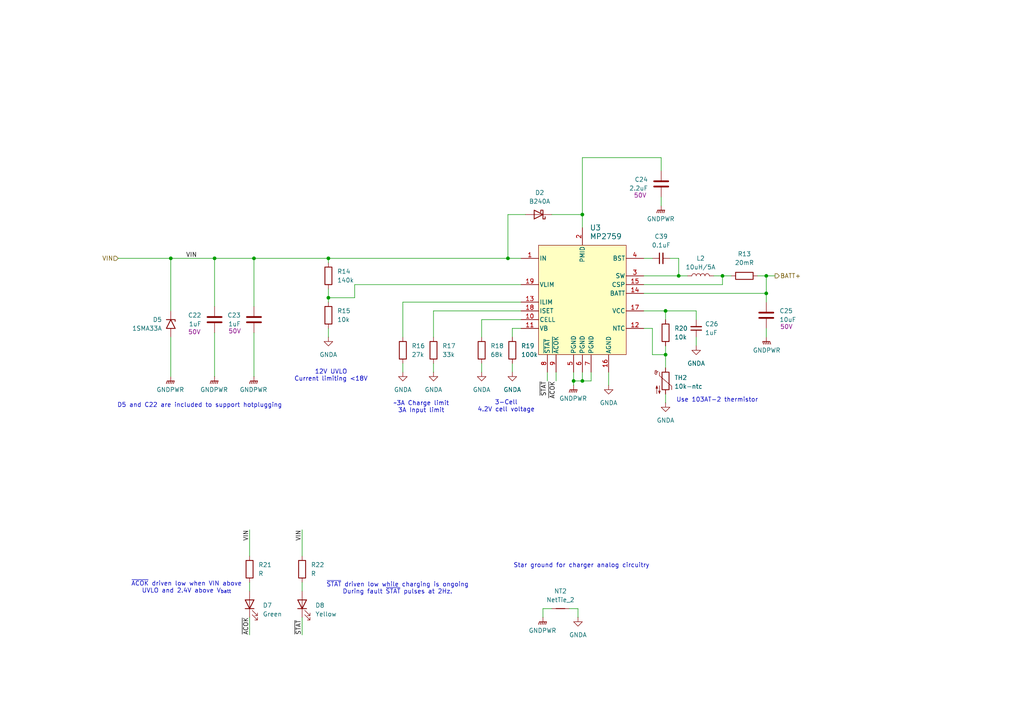
<source format=kicad_sch>
(kicad_sch (version 20250114) (generator "eeschema") (generator_version "9.0")
  (paper "A4")
  (title_block (rev "1.0"))
  (lib_symbols
    (symbol "Device:C" (pin_numbers (hide yes)) (pin_names (offset 0.254))
      (property "Reference" "C" (at 0.635 2.54 0))
      (property "Value" "C" (at 0.635 -2.54 0))
      (symbol "C_0_1"
        (polyline (pts (xy -2.032 0.762) (xy 2.032 0.762)) (stroke (width 0.508)))
        (polyline (pts (xy -2.032 -0.762) (xy 2.032 -0.762)) (stroke (width 0.508)))
      )
      (symbol "C_1_1"
        (pin passive line (at 0 3.81 270) (length 2.794) (name "~") (number "1"))
        (pin passive line (at 0 -3.81 90) (length 2.794) (name "~") (number "2"))
      )
    )
    (symbol "Device:C_Small" (pin_numbers (hide yes)) (pin_names (offset 0.254) (hide yes))
      (property "Reference" "C" (at 0.254 1.778 0))
      (property "Value" "C_Small" (at 0.254 -2.032 0))
      (symbol "C_Small_0_1"
        (polyline (pts (xy -1.524 0.508) (xy 1.524 0.508)) (stroke (width 0.3048)))
        (polyline (pts (xy -1.524 -0.508) (xy 1.524 -0.508)) (stroke (width 0.3302)))
      )
      (symbol "C_Small_1_1"
        (pin passive line (at 0 2.54 270) (length 2.032) (name "~") (number "1"))
        (pin passive line (at 0 -2.54 90) (length 2.032) (name "~") (number "2"))
      )
    )
    (symbol "Device:D_Schottky" (pin_numbers (hide yes)) (pin_names (offset 1.016) (hide yes))
      (property "Reference" "D" (at 0 2.54 0))
      (property "Value" "D_Schottky" (at 0 -2.54 0))
      (symbol "D_Schottky_0_1"
        (polyline (pts (xy -1.905 0.635) (xy -1.905 1.27) (xy -1.27 1.27) (xy -1.27 -1.27) (xy -0.635 -1.27) (xy -0.635 -0.635)) (stroke (width 0.254)))
        (polyline (pts (xy 1.27 1.27) (xy 1.27 -1.27) (xy -1.27 0) (xy 1.27 1.27)) (stroke (width 0.254)))
        (polyline (pts (xy 1.27 0) (xy -1.27 0)))
      )
      (symbol "D_Schottky_1_1"
        (pin passive line (at -3.81 0 0) (length 2.54) (name "K") (number "1"))
        (pin passive line (at 3.81 0 180) (length 2.54) (name "A") (number "2"))
      )
    )
    (symbol "Device:L" (pin_numbers (hide yes)) (pin_names (offset 1.016) (hide yes))
      (property "Reference" "L" (at -1.27 0 90))
      (property "Value" "L" (at 1.905 0 90))
      (symbol "L_0_1"
        (arc (start 0 2.54) (mid 0.6323 1.905) (end 0 1.27))
        (arc (start 0 1.27) (mid 0.6323 0.635) (end 0 0))
        (arc (start 0 0) (mid 0.6323 -0.635) (end 0 -1.27))
        (arc (start 0 -1.27) (mid 0.6323 -1.905) (end 0 -2.54))
      )
      (symbol "L_1_1"
        (pin passive line (at 0 3.81 270) (length 1.27) (name "1") (number "1"))
        (pin passive line (at 0 -3.81 90) (length 1.27) (name "2") (number "2"))
      )
    )
    (symbol "Device:LED" (pin_numbers (hide yes)) (pin_names (offset 1.016) (hide yes))
      (property "Reference" "D" (at 0 2.54 0))
      (property "Value" "LED" (at 0 -2.54 0))
      (symbol "LED_0_1"
        (polyline (pts (xy -3.048 -0.762) (xy -4.572 -2.286) (xy -3.81 -2.286) (xy -4.572 -2.286) (xy -4.572 -1.524)))
        (polyline (pts (xy -1.778 -0.762) (xy -3.302 -2.286) (xy -2.54 -2.286) (xy -3.302 -2.286) (xy -3.302 -1.524)))
        (polyline (pts (xy -1.27 0) (xy 1.27 0)))
        (polyline (pts (xy -1.27 -1.27) (xy -1.27 1.27)) (stroke (width 0.254)))
        (polyline (pts (xy 1.27 -1.27) (xy 1.27 1.27) (xy -1.27 0) (xy 1.27 -1.27)) (stroke (width 0.254)))
      )
      (symbol "LED_1_1"
        (pin passive line (at -3.81 0 0) (length 2.54) (name "K") (number "1"))
        (pin passive line (at 3.81 0 180) (length 2.54) (name "A") (number "2"))
      )
    )
    (symbol "Device:NetTie_2" (pin_numbers (hide yes)) (pin_names (offset 0) (hide yes)) (in_bom no)
      (property "Reference" "NT" (at 0 1.27 0))
      (property "Value" "NetTie_2" (at 0 -1.27 0))
      (symbol "NetTie_2_0_1"
        (polyline (pts (xy -1.27 0) (xy 1.27 0)) (stroke (width 0.254)))
      )
      (symbol "NetTie_2_1_1"
        (pin passive line (at -2.54 0 0) (length 2.54) (name "1") (number "1"))
        (pin passive line (at 2.54 0 180) (length 2.54) (name "2") (number "2"))
      )
    )
    (symbol "Device:R" (pin_numbers (hide yes)) (pin_names (offset 0))
      (property "Reference" "R" (at 2.032 0 90))
      (property "Value" "R" (at 0 0 90))
      (symbol "R_0_1"
        (rectangle (start -1.016 -2.54) (end 1.016 2.54) (stroke (width 0.254)))
      )
      (symbol "R_1_1"
        (pin passive line (at 0 3.81 270) (length 1.27) (name "~") (number "1"))
        (pin passive line (at 0 -3.81 90) (length 1.27) (name "~") (number "2"))
      )
    )
    (symbol "Device:Thermistor_NTC" (pin_numbers (hide yes)) (pin_names (offset 0))
      (property "Reference" "TH" (at -4.445 0 90))
      (property "Value" "Thermistor_NTC" (at 3.175 0 90))
      (symbol "Thermistor_NTC_0_1"
        (arc (start -3.175 2.413) (mid -3.0506 2.3165) (end -3.048 2.159))
        (arc (start -3.048 2.794) (mid -2.9736 2.9736) (end -2.794 3.048))
        (arc (start -2.794 3.048) (mid -2.6144 2.9736) (end -2.54 2.794))
        (arc (start -2.794 2.54) (mid -2.9736 2.6144) (end -3.048 2.794))
        (arc (start -2.794 1.905) (mid -2.9736 1.9794) (end -3.048 2.159))
        (arc (start -2.54 2.159) (mid -2.6144 1.9794) (end -2.794 1.905))
        (arc (start -2.159 2.794) (mid -2.434 2.5608) (end -2.794 2.54))
        (polyline (pts (xy -2.54 2.159) (xy -2.54 2.794)))
        (polyline (pts (xy -2.54 -3.683) (xy -2.54 -1.397) (xy -2.794 -2.159) (xy -2.286 -2.159) (xy -2.54 -1.397) (xy -2.54 -1.651)) (fill (type outline)))
        (polyline (pts (xy -1.778 2.54) (xy -1.778 1.524) (xy 1.778 -1.524) (xy 1.778 -2.54)))
        (polyline (pts (xy -1.778 -1.397) (xy -1.778 -3.683) (xy -2.032 -2.921) (xy -1.524 -2.921) (xy -1.778 -3.683) (xy -1.778 -3.429)) (fill (type outline)))
        (rectangle (start -1.016 2.54) (end 1.016 -2.54) (stroke (width 0.254)))
      )
      (symbol "Thermistor_NTC_1_1"
        (pin passive line (at 0 3.81 270) (length 1.27) (name "~") (number "1"))
        (pin passive line (at 0 -3.81 90) (length 1.27) (name "~") (number "2"))
      )
    )
    (symbol "Diode:SMAJ33A" (pin_numbers (hide yes)) (pin_names (offset 1.016) (hide yes))
      (property "Reference" "D" (at 0 2.54 0))
      (property "Value" "SMAJ33A" (at 0 -2.54 0))
      (symbol "SMAJ33A_0_1"
        (polyline (pts (xy -0.762 1.27) (xy -1.27 1.27) (xy -1.27 -1.27)) (stroke (width 0.254)))
        (polyline (pts (xy 1.27 1.27) (xy 1.27 -1.27) (xy -1.27 0) (xy 1.27 1.27)) (stroke (width 0.254)))
      )
      (symbol "SMAJ33A_1_1"
        (pin passive line (at -3.81 0 0) (length 2.54) (name "A1") (number "1"))
        (pin passive line (at 3.81 0 180) (length 2.54) (name "A2") (number "2"))
      )
    )
    (symbol "batt-protection:MP2759" (pin_names (offset 0.254))
      (property "Reference" "U" (at -12.192 15.24 0))
      (property "Value" "MP2759" (at -0.254 -0.254 0))
      (symbol "MP2759_0_1"
        (pin input line (at -17.78 10.16 0) (length 5.08) (name "IN") (number "1"))
        (pin power_in line (at -2.54 -22.86 90) (length 5.08) (name "PGND") (number "5"))
        (pin power_in line (at 0 -22.86 90) (length 5.08) (name "PGND") (number "6"))
        (pin power_in line (at 2.54 -22.86 90) (length 5.08) (name "PGND") (number "7"))
        (pin power_out line (at 7.62 -22.86 90) (length 5.08) (name "AGND") (number "16"))
        (pin power_in line (at 17.78 10.16 180) (length 5.08) (name "BST") (number "4"))
        (pin passive line (at 17.78 2.54 180) (length 5.08) (name "CSP") (number "15"))
        (pin passive line (at 17.78 0 180) (length 5.08) (name "BATT") (number "14"))
      )
      (symbol "MP2759_1_1"
        (rectangle (start -12.7 13.97) (end 12.7 -17.78) (fill (type background)))
        (pin passive line (at -17.78 2.54 0) (length 5.08) (name "VLIM") (number "19"))
        (pin passive line (at -17.78 -2.54 0) (length 5.08) (name "ILIM") (number "13"))
        (pin passive line (at -17.78 -5.08 0) (length 5.08) (name "ISET") (number "18"))
        (pin passive line (at -17.78 -7.62 0) (length 5.08) (name "CELL") (number "10"))
        (pin passive line (at -17.78 -10.16 0) (length 5.08) (name "VB") (number "11"))
        (pin open_collector line (at -10.16 -22.86 90) (length 5.08) (name "~{STAT}") (number "8"))
        (pin open_collector line (at -7.62 -22.86 90) (length 5.08) (name "~{ACOK}") (number "9"))
        (pin bidirectional line (at 0 19.05 270) (length 5.08) (name "PMID") (number "2"))
        (pin power_out line (at 17.78 5.08 180) (length 5.08) (name "SW") (number "3"))
        (pin power_out line (at 17.78 -5.08 180) (length 5.08) (name "VCC") (number "17"))
        (pin passive line (at 17.78 -10.16 180) (length 5.08) (name "NTC") (number "12"))
      )
    )
    (symbol "power:GNDA" (power) (pin_numbers (hide yes)) (pin_names (offset 0) (hide yes))
      (property "Value" "GNDA" (at 0 -3.81 0))
      (symbol "GNDA_0_1"
        (polyline (pts (xy 0 0) (xy 0 -1.27) (xy 1.27 -1.27) (xy 0 -2.54) (xy -1.27 -1.27) (xy 0 -1.27)))
      )
      (symbol "GNDA_1_1"
        (pin power_in line (at 0 0 270) (length 0) (name "~") (number "1"))
      )
    )
    (symbol "power:GNDPWR" (power) (pin_numbers (hide yes)) (pin_names (offset 0) (hide yes))
      (property "Value" "GNDPWR" (at 0 -3.302 0))
      (symbol "GNDPWR_0_1"
        (polyline (pts (xy -1.016 -1.27) (xy -1.27 -2.032) (xy -1.27 -2.032)) (stroke (width 0.2032)))
        (polyline (pts (xy -0.508 -1.27) (xy -0.762 -2.032) (xy -0.762 -2.032)) (stroke (width 0.2032)))
        (polyline (pts (xy 0 -1.27) (xy 0 0)))
        (polyline (pts (xy 0 -1.27) (xy -0.254 -2.032) (xy -0.254 -2.032)) (stroke (width 0.2032)))
        (polyline (pts (xy 0.508 -1.27) (xy 0.254 -2.032) (xy 0.254 -2.032)) (stroke (width 0.2032)))
        (polyline (pts (xy 1.016 -1.27) (xy -1.016 -1.27) (xy -1.016 -1.27)) (stroke (width 0.2032)))
        (polyline (pts (xy 1.016 -1.27) (xy 0.762 -2.032) (xy 0.762 -2.032) (xy 0.762 -2.032)) (stroke (width 0.2032)))
      )
      (symbol "GNDPWR_1_1"
        (pin power_in line (at 0 0 270) (length 0) (name "~") (number "1"))
      )
    )
  )
  (text "~3A Charge limit\n3A Input limit" (at 122.174 118.11 0) (effects (font (size 1.27 1.27) (thickness 0.1588))))
  (text "3-Cell\n4.2V cell voltage" (at 146.812 117.856 0) (effects (font (size 1.27 1.27) (thickness 0.1588))))
  (text "Use 103AT-2 thermistor" (at 208.026 116.078 0) (effects (font (size 1.27 1.27))))
  (text "D5 and C22 are included to support hotplugging" (at 57.912 117.602 0) (effects (font (size 1.27 1.27))))
  (text "~{STAT} driven low while charging is ongoing\nDuring fault ~{STAT} pulses at 2Hz." (at 115.316 170.688 0) (effects (font (size 1.27 1.27))))
  (text "~{ACOK} driven low when VIN above\nUVLO and 2.4V above V_{batt}" (at 54.102 170.434 0) (effects (font (size 1.27 1.27))))
  (text "12V UVLO\nCurrent limiting <18V" (at 96.012 108.966 0) (effects (font (size 1.27 1.27) (thickness 0.1588))))
  (text "Star ground for charger analog circuitry" (at 168.656 164.084 0) (effects (font (size 1.27 1.27))))
  (junction (at 193.04 90.17))
  (junction (at 193.04 102.87))
  (junction (at 95.25 74.93))
  (junction (at 49.53 74.93))
  (junction (at 168.91 110.49))
  (junction (at 168.91 62.23))
  (junction (at 73.66 74.93))
  (junction (at 222.25 80.01))
  (junction (at 209.55 80.01))
  (junction (at 95.25 86.36))
  (junction (at 62.23 74.93))
  (junction (at 196.85 80.01))
  (junction (at 147.32 74.93))
  (junction (at 166.37 110.49))
  (junction (at 222.25 85.09))
  (wire (pts (xy 95.25 95.25) (xy 95.25 97.79)))
  (wire (pts (xy 168.91 45.72) (xy 168.91 62.23)))
  (wire (pts (xy 186.69 85.09) (xy 222.25 85.09)))
  (wire (pts (xy 194.31 74.93) (xy 196.85 74.93)))
  (wire (pts (xy 168.91 62.23) (xy 168.91 66.04)))
  (wire (pts (xy 186.69 95.25) (xy 189.23 95.25)))
  (wire (pts (xy 191.77 49.53) (xy 191.77 45.72)))
  (wire (pts (xy 72.39 184.15) (xy 72.39 179.07)))
  (wire (pts (xy 171.45 110.49) (xy 168.91 110.49)))
  (wire (pts (xy 147.32 74.93) (xy 95.25 74.93)))
  (wire (pts (xy 73.66 96.52) (xy 73.66 109.22)))
  (wire (pts (xy 168.91 107.95) (xy 168.91 110.49)))
  (wire (pts (xy 87.63 184.15) (xy 87.63 179.07)))
  (wire (pts (xy 176.53 107.95) (xy 176.53 111.76)))
  (wire (pts (xy 222.25 80.01) (xy 222.25 85.09)))
  (wire (pts (xy 62.23 74.93) (xy 62.23 88.9)))
  (wire (pts (xy 87.63 153.67) (xy 87.63 161.29)))
  (wire (pts (xy 73.66 74.93) (xy 95.25 74.93)))
  (wire (pts (xy 201.93 90.17) (xy 201.93 92.71)))
  (wire (pts (xy 222.25 80.01) (xy 219.71 80.01)))
  (wire (pts (xy 193.04 100.33) (xy 193.04 102.87)))
  (wire (pts (xy 139.7 92.71) (xy 151.13 92.71)))
  (wire (pts (xy 116.84 97.79) (xy 116.84 87.63)))
  (wire (pts (xy 72.39 168.91) (xy 72.39 171.45)))
  (wire (pts (xy 49.53 74.93) (xy 49.53 90.17)))
  (wire (pts (xy 151.13 74.93) (xy 147.32 74.93)))
  (wire (pts (xy 158.75 110.49) (xy 158.75 107.95)))
  (wire (pts (xy 165.1 176.53) (xy 167.64 176.53)))
  (wire (pts (xy 139.7 105.41) (xy 139.7 107.95)))
  (wire (pts (xy 147.32 62.23) (xy 147.32 74.93)))
  (wire (pts (xy 186.69 74.93) (xy 189.23 74.93)))
  (wire (pts (xy 196.85 74.93) (xy 196.85 80.01)))
  (wire (pts (xy 189.23 102.87) (xy 193.04 102.87)))
  (wire (pts (xy 148.59 95.25) (xy 151.13 95.25)))
  (wire (pts (xy 102.87 82.55) (xy 102.87 86.36)))
  (wire (pts (xy 62.23 74.93) (xy 73.66 74.93)))
  (wire (pts (xy 171.45 107.95) (xy 171.45 110.49)))
  (wire (pts (xy 161.29 110.49) (xy 161.29 107.95)))
  (wire (pts (xy 95.25 74.93) (xy 95.25 76.2)))
  (wire (pts (xy 193.04 102.87) (xy 193.04 106.68)))
  (wire (pts (xy 193.04 90.17) (xy 193.04 92.71)))
  (wire (pts (xy 95.25 86.36) (xy 95.25 83.82)))
  (wire (pts (xy 193.04 90.17) (xy 201.93 90.17)))
  (wire (pts (xy 186.69 82.55) (xy 209.55 82.55)))
  (wire (pts (xy 189.23 95.25) (xy 189.23 102.87)))
  (wire (pts (xy 191.77 45.72) (xy 168.91 45.72)))
  (wire (pts (xy 199.39 80.01) (xy 196.85 80.01)))
  (wire (pts (xy 125.73 90.17) (xy 125.73 97.79)))
  (wire (pts (xy 191.77 57.15) (xy 191.77 59.69)))
  (wire (pts (xy 125.73 90.17) (xy 151.13 90.17)))
  (wire (pts (xy 116.84 105.41) (xy 116.84 107.95)))
  (wire (pts (xy 148.59 105.41) (xy 148.59 107.95)))
  (wire (pts (xy 186.69 90.17) (xy 193.04 90.17)))
  (wire (pts (xy 222.25 95.25) (xy 222.25 97.79)))
  (wire (pts (xy 139.7 97.79) (xy 139.7 92.71)))
  (wire (pts (xy 102.87 86.36) (xy 95.25 86.36)))
  (wire (pts (xy 95.25 86.36) (xy 95.25 87.63)))
  (wire (pts (xy 73.66 74.93) (xy 73.66 88.9)))
  (wire (pts (xy 102.87 82.55) (xy 151.13 82.55)))
  (wire (pts (xy 222.25 80.01) (xy 224.79 80.01)))
  (wire (pts (xy 209.55 80.01) (xy 207.01 80.01)))
  (wire (pts (xy 152.4 62.23) (xy 147.32 62.23)))
  (wire (pts (xy 87.63 168.91) (xy 87.63 171.45)))
  (wire (pts (xy 186.69 80.01) (xy 196.85 80.01)))
  (wire (pts (xy 49.53 74.93) (xy 62.23 74.93)))
  (wire (pts (xy 160.02 62.23) (xy 168.91 62.23)))
  (wire (pts (xy 157.48 176.53) (xy 157.48 179.07)))
  (wire (pts (xy 49.53 97.79) (xy 49.53 109.22)))
  (wire (pts (xy 148.59 97.79) (xy 148.59 95.25)))
  (wire (pts (xy 160.02 176.53) (xy 157.48 176.53)))
  (wire (pts (xy 62.23 96.52) (xy 62.23 109.22)))
  (wire (pts (xy 201.93 97.79) (xy 201.93 100.33)))
  (wire (pts (xy 116.84 87.63) (xy 151.13 87.63)))
  (wire (pts (xy 209.55 80.01) (xy 212.09 80.01)))
  (wire (pts (xy 34.29 74.93) (xy 49.53 74.93)))
  (wire (pts (xy 209.55 82.55) (xy 209.55 80.01)))
  (wire (pts (xy 72.39 153.67) (xy 72.39 161.29)))
  (wire (pts (xy 166.37 107.95) (xy 166.37 110.49)))
  (wire (pts (xy 166.37 110.49) (xy 166.37 111.76)))
  (wire (pts (xy 168.91 110.49) (xy 166.37 110.49)))
  (wire (pts (xy 222.25 85.09) (xy 222.25 87.63)))
  (wire (pts (xy 193.04 114.3) (xy 193.04 116.84)))
  (wire (pts (xy 167.64 176.53) (xy 167.64 179.07)))
  (wire (pts (xy 125.73 105.41) (xy 125.73 107.95)))
  (label "VIN" (at 57.15 74.93 180) (effects (font (thickness 0.1588))))
  (label "~{STAT}" (at 87.63 184.15 90))
  (label "VIN" (at 87.63 153.67 270) (effects (font (thickness 0.1588))))
  (label "~{ACOK}" (at 72.39 184.15 90))
  (label "~{STAT}" (at 158.75 110.49 270))
  (label "~{ACOK}" (at 161.29 110.49 270))
  (label "VIN" (at 72.39 153.67 270) (effects (font (thickness 0.1588))))
  (hierarchical_label "BATT+" (shape output) (at 224.79 80.01 0) (effects (font (thickness 0.1588))))
  (hierarchical_label "VIN" (shape input) (at 34.29 74.93 180) (effects (font (thickness 0.1588))))
  (symbol (lib_id "Device:R") (at 116.84 101.6 0) (unit 1)
    (property "Reference" "R16" (at 119.38 100.3299 0) (effects (justify left)))
    (property "Value" "27k" (at 119.38 102.8699 0) (effects (justify left)))
    (property "Footprint" "Resistor_SMD:R_0603_1608Metric" (effects (hide yes)))
    (property "Description" "Resistor" (effects (hide yes)))
  )
  (symbol (lib_id "Device:R") (at 125.73 101.6 0) (unit 1)
    (property "Reference" "R17" (at 128.27 100.3299 0) (effects (justify left)))
    (property "Value" "33k" (at 128.27 102.8699 0) (effects (justify left)))
    (property "Footprint" "Resistor_SMD:R_0402_1005Metric" (effects (hide yes)))
    (property "Description" "Resistor" (effects (hide yes)))
  )
  (symbol (lib_id "Device:C_Small") (at 201.93 95.25 180) (unit 1)
    (property "Reference" "C26" (at 204.47 93.9735 0) (effects (justify right)))
    (property "Value" "1uF" (at 204.47 96.5135 0) (effects (justify right)))
    (property "Footprint" "Capacitor_SMD:C_0603_1608Metric" (effects (hide yes)))
    (property "Description" "Unpolarized capacitor, small symbol" (effects (hide yes)))
    (property "JLC" "C15849" (effects (hide yes)))
    (property "Voltage" "10V" (effects (hide yes)))
  )
  (symbol (lib_id "power:GNDPWR") (at 222.25 97.79 0) (mirror y) (unit 1)
    (property "Reference" "#PWR052" (effects (hide yes)))
    (property "Value" "GNDPWR" (at 222.377 101.6 0))
    (property "Description" "Power symbol creates a global label with name \"GNDPWR\" , global ground" (effects (hide yes)))
  )
  (symbol (lib_id "power:GNDA") (at 201.93 100.33 0) (unit 1)
    (property "Reference" "#PWR053" (effects (hide yes)))
    (property "Value" "GNDA" (at 201.93 105.41 0))
    (property "Description" "Power symbol creates a global label with name \"GNDA\" , analog ground" (effects (hide yes)))
  )
  (symbol (lib_id "Device:R") (at 148.59 101.6 0) (unit 1)
    (property "Reference" "R19" (at 151.13 100.3299 0) (effects (justify left)))
    (property "Value" "100k" (at 151.13 102.8699 0) (effects (justify left)))
    (property "Footprint" "Resistor_SMD:R_0402_1005Metric" (effects (hide yes)))
    (property "Description" "Resistor" (effects (hide yes)))
  )
  (symbol (lib_id "Device:R") (at 95.25 80.01 0) (unit 1)
    (property "Reference" "R14" (at 97.79 78.7399 0) (effects (justify left)))
    (property "Value" "140k" (at 97.79 81.2799 0) (effects (justify left)))
    (property "Footprint" "Resistor_SMD:R_0402_1005Metric" (effects (hide yes)))
    (property "Description" "Resistor" (effects (hide yes)))
    (property "LCSC" "C2998127" (effects (hide yes)))
  )
  (symbol (lib_id "Device:R") (at 215.9 80.01 90) (unit 1)
    (property "Reference" "R13" (at 215.9 73.66 90))
    (property "Value" "20mR" (at 215.9 76.2 90))
    (property "Footprint" "Resistor_SMD:R_1206_3216Metric" (effects (hide yes)))
    (property "Description" "1W 1% 50ppm Resistor" (effects (hide yes)))
    (property "LCSC" "C393094" (effects (hide yes)))
  )
  (symbol (lib_id "Device:Thermistor_NTC") (at 193.04 110.49 0) (unit 1)
    (property "Reference" "TH2" (at 195.58 109.5374 0) (effects (justify left)))
    (property "Value" "10k-ntc" (at 195.58 112.0774 0) (effects (justify left)))
    (property "Footprint" "Connector_JST:JST_ZH_B2B-ZR_1x02_P1.50mm_Vertical" (effects (hide yes)))
    (property "Description" "Temperature dependent resistor, negative temperature coefficient" (effects (hide yes)))
    (property "FT Rotation Offset" "180" (effects (hide yes)))
  )
  (symbol (lib_id "power:GNDA") (at 116.84 107.95 0) (unit 1)
    (property "Reference" "#PWR040" (effects (hide yes)))
    (property "Value" "GNDA" (at 116.84 113.03 0))
    (property "Description" "Power symbol creates a global label with name \"GNDA\" , analog ground" (effects (hide yes)))
  )
  (symbol (lib_id "power:GNDPWR") (at 166.37 111.76 0) (unit 1)
    (property "Reference" "#PWR047" (effects (hide yes)))
    (property "Value" "GNDPWR" (at 166.243 115.57 0))
    (property "Description" "Power symbol creates a global label with name \"GNDPWR\" , global ground" (effects (hide yes)))
  )
  (symbol (lib_id "Device:C") (at 222.25 91.44 0) (mirror y) (unit 1)
    (property "Reference" "C25" (at 226.06 90.1699 0) (effects (justify right)))
    (property "Value" "10uF" (at 226.06 92.7099 0) (effects (justify right)))
    (property "Footprint" "Capacitor_SMD:C_0805_2012Metric" (effects (hide yes)))
    (property "Description" "Unpolarized capacitor" (effects (hide yes)))
    (property "Voltage" "50V" (at 228.092 94.742 0))
    (property "JLC" "C440198" (effects (hide yes)))
  )
  (symbol (lib_id "power:GNDPWR") (at 49.53 109.22 0) (unit 1)
    (property "Reference" "#PWR059" (effects (hide yes)))
    (property "Value" "GNDPWR" (at 49.403 113.03 0))
    (property "Description" "Power symbol creates a global label with name \"GNDPWR\" , global ground" (effects (hide yes)))
  )
  (symbol (lib_id "Device:R") (at 87.63 165.1 180) (unit 1)
    (property "Reference" "R22" (at 90.17 163.8299 0) (effects (justify right)))
    (property "Value" "R" (at 90.17 166.3699 0) (effects (justify right)))
    (property "Footprint" "Resistor_SMD:R_0402_1005Metric" (effects (hide yes)))
  )
  (symbol (lib_id "power:GNDA") (at 95.25 97.79 0) (unit 1)
    (property "Reference" "#PWR039" (effects (hide yes)))
    (property "Value" "GNDA" (at 95.25 102.87 0))
    (property "Description" "Power symbol creates a global label with name \"GNDA\" , analog ground" (effects (hide yes)))
  )
  (symbol (lib_id "power:GNDPWR") (at 62.23 109.22 0) (unit 1)
    (property "Reference" "#PWR078" (effects (hide yes)))
    (property "Value" "GNDPWR" (at 62.103 113.03 0))
    (property "Description" "Power symbol creates a global label with name \"GNDPWR\" , global ground" (effects (hide yes)))
  )
  (symbol (lib_id "Device:NetTie_2") (at 162.56 176.53 0) (unit 1) (in_bom no)
    (property "Reference" "NT2" (at 162.56 171.45 0))
    (property "Value" "NetTie_2" (at 162.56 173.99 0))
    (property "Footprint" "NetTie:NetTie-2_SMD_Pad0.5mm" (effects (hide yes)))
    (property "Description" "Net tie, 2 pins" (effects (hide yes)))
  )
  (symbol (lib_id "power:GNDA") (at 167.64 179.07 0) (unit 1)
    (property "Reference" "#PWR049" (effects (hide yes)))
    (property "Value" "GNDA" (at 167.64 184.15 0))
    (property "Description" "Power symbol creates a global label with name \"GNDA\" , analog ground" (effects (hide yes)))
  )
  (symbol (lib_id "power:GNDPWR") (at 73.66 109.22 0) (unit 1)
    (property "Reference" "#PWR050" (effects (hide yes)))
    (property "Value" "GNDPWR" (at 73.533 113.03 0))
    (property "Description" "Power symbol creates a global label with name \"GNDPWR\" , global ground" (effects (hide yes)))
  )
  (symbol (lib_id "power:GNDA") (at 148.59 107.95 0) (unit 1)
    (property "Reference" "#PWR043" (effects (hide yes)))
    (property "Value" "GNDA" (at 148.59 113.03 0))
    (property "Description" "Power symbol creates a global label with name \"GNDA\" , analog ground" (effects (hide yes)))
  )
  (symbol (lib_id "Device:D_Schottky") (at 156.21 62.23 180) (unit 1)
    (property "Reference" "D2" (at 156.5275 55.88 0))
    (property "Value" "B240A" (at 156.5275 58.42 0))
    (property "Footprint" "Diode_SMD:D_SMA" (effects (hide yes)))
    (property "Description" "Schottky diode" (effects (hide yes)))
    (property "LCSC" "C39358" (effects (hide yes)))
  )
  (symbol (lib_id "power:GNDA") (at 176.53 111.76 0) (unit 1)
    (property "Reference" "#PWR044" (effects (hide yes)))
    (property "Value" "GNDA" (at 176.53 116.84 0))
    (property "Description" "Power symbol creates a global label with name \"GNDA\" , analog ground" (effects (hide yes)))
  )
  (symbol (lib_id "power:GNDPWR") (at 191.77 59.69 0) (unit 1)
    (property "Reference" "#PWR051" (effects (hide yes)))
    (property "Value" "GNDPWR" (at 191.643 63.5 0))
    (property "Description" "Power symbol creates a global label with name \"GNDPWR\" , global ground" (effects (hide yes)))
  )
  (symbol (lib_id "Device:LED") (at 72.39 175.26 90) (unit 1)
    (property "Reference" "D7" (at 76.2 175.5775 90) (effects (justify right)))
    (property "Value" "Green" (at 76.2 178.1175 90) (effects (justify right)))
    (property "Footprint" "LED_SMD:LED_0805_2012Metric" (effects (hide yes)))
    (property "Description" "Light emitting diode" (effects (hide yes)))
    (property "JLC" "C2297" (effects (hide yes)))
    (property "Sim.Pins" "1=K 2=A" (effects (hide yes)))
  )
  (symbol (lib_id "Device:R") (at 193.04 96.52 0) (unit 1)
    (property "Reference" "R20" (at 195.58 95.2499 0) (effects (justify left)))
    (property "Value" "10k" (at 195.58 97.7899 0) (effects (justify left)))
    (property "Footprint" "Resistor_SMD:R_0402_1005Metric" (effects (hide yes)))
    (property "Description" "Resistor" (effects (hide yes)))
  )
  (symbol (lib_id "batt-protection:MP2759") (at 168.91 85.09 0) (unit 1)
    (property "Reference" "U3" (at 171.0533 66.04 0) (effects (font (size 1.524 1.524)) (justify left)))
    (property "Value" "MP2759" (at 171.0533 68.58 0) (effects (font (size 1.524 1.524)) (justify left)))
    (property "Footprint" "Charger:QFN-19_MP2759_MNP" (effects (hide yes)))
    (property "Datasheet" "https://www.monolithicpower.com/en/documentview/productdocument/index/version/2/document_type/Datasheet/lang/en/sku/MP2759GQ" (effects (hide yes)))
    (property "Description" "36V 3A Switching Charger with Integrated MOSFETs and Power Path Management for 1-6 Cell Batteries" (effects (hide yes)))
    (property "LCSC" "C3682359" (effects (hide yes)))
    (property "FT Rotation Offset" "-90" (effects (hide yes)))
  )
  (symbol (lib_id "power:GNDA") (at 193.04 116.84 0) (unit 1)
    (property "Reference" "#PWR054" (effects (hide yes)))
    (property "Value" "GNDA" (at 193.04 121.92 0))
    (property "Description" "Power symbol creates a global label with name \"GNDA\" , analog ground" (effects (hide yes)))
  )
  (symbol (lib_id "power:GNDA") (at 125.73 107.95 0) (unit 1)
    (property "Reference" "#PWR041" (effects (hide yes)))
    (property "Value" "GNDA" (at 125.73 113.03 0))
    (property "Description" "Power symbol creates a global label with name \"GNDA\" , analog ground" (effects (hide yes)))
  )
  (symbol (lib_id "Device:L") (at 203.2 80.01 90) (unit 1)
    (property "Reference" "L2" (at 203.2 74.93 90))
    (property "Value" "10uH/5A" (at 203.2 77.47 90))
    (property "Footprint" "Inductor_SMD:L_Bourns_SRP7028A_7.3x6.6mm" (effects (hide yes)))
    (property "Description" "Inductor" (effects (hide yes)))
    (property "MFR" "RS0630-100MS" (effects (hide yes)))
    (property "LCSC" "C32712974" (effects (hide yes)))
  )
  (symbol (lib_id "power:GNDPWR") (at 157.48 179.07 0) (unit 1)
    (property "Reference" "#PWR048" (effects (hide yes)))
    (property "Value" "GNDPWR" (at 157.353 182.88 0))
    (property "Description" "Power symbol creates a global label with name \"GNDPWR\" , global ground" (effects (hide yes)))
  )
  (symbol (lib_id "Device:LED") (at 87.63 175.26 90) (unit 1)
    (property "Reference" "D8" (at 91.44 175.5775 90) (effects (justify right)))
    (property "Value" "Yellow" (at 91.44 178.1175 90) (effects (justify right)))
    (property "Footprint" "LED_SMD:LED_0805_2012Metric" (effects (hide yes)))
    (property "Description" "Light emitting diode" (effects (hide yes)))
    (property "JLC" "C2296" (effects (hide yes)))
    (property "Sim.Pins" "1=K 2=A" (effects (hide yes)))
  )
  (symbol (lib_id "Device:C") (at 62.23 92.71 0) (unit 1)
    (property "Reference" "C22" (at 58.42 91.4399 0) (effects (justify right)))
    (property "Value" "1uF" (at 58.42 93.9799 0) (effects (justify right)))
    (property "Footprint" "Capacitor_SMD:C_0603_1608Metric" (effects (hide yes)))
    (property "Description" "Unpolarized capacitor" (effects (hide yes)))
    (property "Voltage" "50V" (at 56.388 96.266 0))
    (property "JLC" "C15849" (effects (hide yes)))
  )
  (symbol (lib_id "Device:R") (at 95.25 91.44 0) (unit 1)
    (property "Reference" "R15" (at 97.79 90.1699 0) (effects (justify left)))
    (property "Value" "10k" (at 97.79 92.7099 0) (effects (justify left)))
    (property "Footprint" "Resistor_SMD:R_0402_1005Metric" (effects (hide yes)))
    (property "Description" "Resistor" (effects (hide yes)))
  )
  (symbol (lib_id "power:GNDA") (at 139.7 107.95 0) (unit 1)
    (property "Reference" "#PWR042" (effects (hide yes)))
    (property "Value" "GNDA" (at 139.7 113.03 0))
    (property "Description" "Power symbol creates a global label with name \"GNDA\" , analog ground" (effects (hide yes)))
  )
  (symbol (lib_id "Diode:SMAJ33A") (at 49.53 93.98 270) (unit 1)
    (property "Reference" "D5" (at 46.99 92.7099 90) (effects (justify right)))
    (property "Value" "1SMA33A" (at 46.99 95.2499 90) (effects (justify right)))
    (property "Footprint" "Diode_SMD:D_SMA" (effects (hide yes)))
    (property "Datasheet" "https://jlcpcb.com/api/file/downloadByFileSystemAccessId/8588940667816972288" (effects (hide yes)))
    (property "LCSC" "C1975650" (effects (hide yes)))
    (property "FT Rotation Offset" "180" (effects (hide yes)))
  )
  (symbol (lib_id "Device:C_Small") (at 191.77 74.93 90) (unit 1)
    (property "Reference" "C39" (at 191.7763 68.58 90))
    (property "Value" "0.1uF" (at 191.7763 71.12 90))
    (property "Footprint" "Capacitor_SMD:C_0402_1005Metric" (effects (hide yes)))
    (property "Description" "Unpolarized capacitor, small symbol" (effects (hide yes)))
    (property "JLC" "C307331" (effects (hide yes)))
    (property "Voltage" "10V" (effects (hide yes)))
  )
  (symbol (lib_id "Device:C") (at 73.66 92.71 0) (unit 1)
    (property "Reference" "C23" (at 69.85 91.4399 0) (effects (justify right)))
    (property "Value" "1uF" (at 69.85 93.9799 0) (effects (justify right)))
    (property "Footprint" "Capacitor_SMD:C_0603_1608Metric" (effects (hide yes)))
    (property "Description" "Unpolarized capacitor" (effects (hide yes)))
    (property "Voltage" "50V" (at 68.072 96.012 0))
    (property "JLC" "C15849" (effects (hide yes)))
  )
  (symbol (lib_id "Device:C") (at 191.77 53.34 0) (unit 1)
    (property "Reference" "C24" (at 187.96 52.0699 0) (effects (justify right)))
    (property "Value" "2.2uF" (at 187.96 54.6099 0) (effects (justify right)))
    (property "Footprint" "Capacitor_SMD:C_0805_2012Metric" (effects (hide yes)))
    (property "Description" "Unpolarized capacitor" (effects (hide yes)))
    (property "Voltage" "50V" (at 185.674 56.642 0))
    (property "JLC" "C377773" (effects (hide yes)))
  )
  (symbol (lib_id "Device:R") (at 139.7 101.6 0) (unit 1)
    (property "Reference" "R18" (at 142.24 100.3299 0) (effects (justify left)))
    (property "Value" "68k" (at 142.24 102.8699 0) (effects (justify left)))
    (property "Footprint" "Resistor_SMD:R_0603_1608Metric" (effects (hide yes)))
    (property "Description" "Resistor" (effects (hide yes)))
  )
  (symbol (lib_id "Device:R") (at 72.39 165.1 180) (unit 1)
    (property "Reference" "R21" (at 74.93 163.83 0) (effects (justify right)))
    (property "Value" "R" (at 74.93 166.37 0) (effects (justify right)))
    (property "Footprint" "Resistor_SMD:R_0402_1005Metric" (effects (hide yes)))
  )
)
</source>
